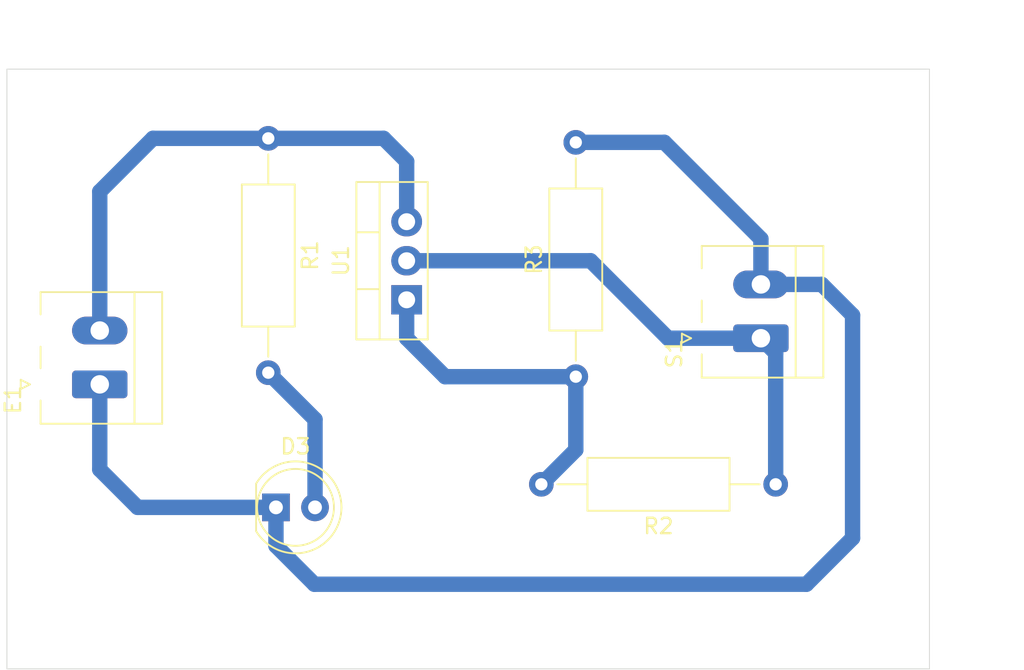
<source format=kicad_pcb>
(kicad_pcb (version 20171130) (host pcbnew "(5.1.10)-1")

  (general
    (thickness 1.6)
    (drawings 8)
    (tracks 31)
    (zones 0)
    (modules 7)
    (nets 6)
  )

  (page A4)
  (title_block
    (title "Fuente alimentacion 12V - 3V - DC")
    (date 2021-06-26)
    (rev 1.0)
    (company "Electronica Reciclada")
  )

  (layers
    (0 F.Cu signal)
    (31 B.Cu signal)
    (32 B.Adhes user)
    (33 F.Adhes user)
    (34 B.Paste user)
    (35 F.Paste user)
    (36 B.SilkS user)
    (37 F.SilkS user)
    (38 B.Mask user)
    (39 F.Mask user)
    (40 Dwgs.User user)
    (41 Cmts.User user)
    (42 Eco1.User user)
    (43 Eco2.User user)
    (44 Edge.Cuts user)
    (45 Margin user)
    (46 B.CrtYd user)
    (47 F.CrtYd user)
    (48 B.Fab user)
    (49 F.Fab user)
  )

  (setup
    (last_trace_width 0.25)
    (user_trace_width 1)
    (user_trace_width 1.5)
    (user_trace_width 2)
    (trace_clearance 0.2)
    (zone_clearance 0.508)
    (zone_45_only no)
    (trace_min 0.2)
    (via_size 0.8)
    (via_drill 0.4)
    (via_min_size 0.4)
    (via_min_drill 0.3)
    (uvia_size 0.3)
    (uvia_drill 0.1)
    (uvias_allowed no)
    (uvia_min_size 0.2)
    (uvia_min_drill 0.1)
    (edge_width 0.05)
    (segment_width 0.2)
    (pcb_text_width 0.3)
    (pcb_text_size 1.5 1.5)
    (mod_edge_width 0.12)
    (mod_text_size 1 1)
    (mod_text_width 0.15)
    (pad_size 1.524 1.524)
    (pad_drill 0.762)
    (pad_to_mask_clearance 0)
    (aux_axis_origin 0 0)
    (visible_elements 7FFFFFFF)
    (pcbplotparams
      (layerselection 0x014fc_ffffffff)
      (usegerberextensions false)
      (usegerberattributes false)
      (usegerberadvancedattributes false)
      (creategerberjobfile false)
      (excludeedgelayer true)
      (linewidth 0.100000)
      (plotframeref false)
      (viasonmask false)
      (mode 1)
      (useauxorigin false)
      (hpglpennumber 1)
      (hpglpenspeed 20)
      (hpglpendiameter 15.000000)
      (psnegative false)
      (psa4output false)
      (plotreference true)
      (plotvalue true)
      (plotinvisibletext false)
      (padsonsilk false)
      (subtractmaskfromsilk false)
      (outputformat 1)
      (mirror false)
      (drillshape 0)
      (scaleselection 1)
      (outputdirectory ""))
  )

  (net 0 "")
  (net 1 VEE)
  (net 2 GND)
  (net 3 "Net-(D3-Pad2)")
  (net 4 "Net-(R2-Pad1)")
  (net 5 "Net-(R2-Pad2)")

  (net_class Default "This is the default net class."
    (clearance 0.2)
    (trace_width 0.25)
    (via_dia 0.8)
    (via_drill 0.4)
    (uvia_dia 0.3)
    (uvia_drill 0.1)
    (add_net GND)
    (add_net "Net-(D3-Pad2)")
    (add_net "Net-(R2-Pad1)")
    (add_net "Net-(R2-Pad2)")
    (add_net VEE)
  )

  (module LED_THT:LED_D5.0mm (layer F.Cu) (tedit 5995936A) (tstamp 60D75F00)
    (at 97.5 76)
    (descr "LED, diameter 5.0mm, 2 pins, http://cdn-reichelt.de/documents/datenblatt/A500/LL-504BC2E-009.pdf")
    (tags "LED diameter 5.0mm 2 pins")
    (path /60D9663A)
    (fp_text reference D3 (at 1.27 -3.96) (layer F.SilkS)
      (effects (font (size 1 1) (thickness 0.15)))
    )
    (fp_text value "LED ROJO" (at 1.27 3.96) (layer F.Fab)
      (effects (font (size 1 1) (thickness 0.15)))
    )
    (fp_circle (center 1.27 0) (end 3.77 0) (layer F.Fab) (width 0.1))
    (fp_circle (center 1.27 0) (end 3.77 0) (layer F.SilkS) (width 0.12))
    (fp_line (start -1.23 -1.469694) (end -1.23 1.469694) (layer F.Fab) (width 0.1))
    (fp_line (start -1.29 -1.545) (end -1.29 1.545) (layer F.SilkS) (width 0.12))
    (fp_line (start -1.95 -3.25) (end -1.95 3.25) (layer F.CrtYd) (width 0.05))
    (fp_line (start -1.95 3.25) (end 4.5 3.25) (layer F.CrtYd) (width 0.05))
    (fp_line (start 4.5 3.25) (end 4.5 -3.25) (layer F.CrtYd) (width 0.05))
    (fp_line (start 4.5 -3.25) (end -1.95 -3.25) (layer F.CrtYd) (width 0.05))
    (fp_arc (start 1.27 0) (end -1.23 -1.469694) (angle 299.1) (layer F.Fab) (width 0.1))
    (fp_arc (start 1.27 0) (end -1.29 -1.54483) (angle 148.9) (layer F.SilkS) (width 0.12))
    (fp_arc (start 1.27 0) (end -1.29 1.54483) (angle -148.9) (layer F.SilkS) (width 0.12))
    (fp_text user %R (at 1.25 0) (layer F.Fab)
      (effects (font (size 0.8 0.8) (thickness 0.2)))
    )
    (pad 1 thru_hole rect (at 0 0) (size 1.8 1.8) (drill 0.9) (layers *.Cu *.Mask)
      (net 2 GND))
    (pad 2 thru_hole circle (at 2.54 0) (size 1.8 1.8) (drill 0.9) (layers *.Cu *.Mask)
      (net 3 "Net-(D3-Pad2)"))
    (model ${KISYS3DMOD}/LED_THT.3dshapes/LED_D5.0mm.wrl
      (at (xyz 0 0 0))
      (scale (xyz 1 1 1))
      (rotate (xyz 0 0 0))
    )
  )

  (module Connector_Phoenix_MKDS:PhoenixContact_MKDS_1,5_2-1727010-1x02_P3.50mm (layer F.Cu) (tedit 6067627D) (tstamp 60D75F1B)
    (at 83.5 68 90)
    (descr "Generic Phoenix Contact connector footprint for: MC_1,5/2-G-3.5; number of pins: 02; pin pitch: 3.50mm; Angled || order number: 1727010 8A 160V")
    (tags "phoenix_contact connector MC_01x02_G_3.5mm")
    (path /60D94E55)
    (fp_text reference E1 (at -1 -3.1 90) (layer F.SilkS)
      (effects (font (size 1 1) (thickness 0.15)))
    )
    (fp_text value "Entrada 5-24V DC" (at 3.2 8.6 90) (layer F.Fab)
      (effects (font (size 1 1) (thickness 0.15)))
    )
    (fp_line (start -2.56 -1.31) (end -2.56 6.6) (layer F.SilkS) (width 0.12))
    (fp_line (start -2.56 6.6) (end 6 6.6) (layer F.SilkS) (width 0.12))
    (fp_line (start 6 6.6) (end 6 -1.31) (layer F.SilkS) (width 0.12))
    (fp_line (start -2.56 -1.31) (end -1.05 -1.31) (layer F.SilkS) (width 0.12))
    (fp_line (start 1.05 -1.31) (end 2.45 -1.31) (layer F.SilkS) (width 0.12))
    (fp_line (start 4.55 -1.31) (end 6 -1.31) (layer F.SilkS) (width 0.12))
    (fp_line (start -2.45 -1.2) (end -2.45 6.5) (layer F.Fab) (width 0.1))
    (fp_line (start -2.45 6.5) (end 5.85 6.5) (layer F.Fab) (width 0.1))
    (fp_line (start 5.9 6.55) (end 5.9 -1.2) (layer F.Fab) (width 0.1))
    (fp_line (start 5.9 -1.2) (end -2.45 -1.2) (layer F.Fab) (width 0.1))
    (fp_line (start -2.56 4.8) (end 6 4.8) (layer F.SilkS) (width 0.12))
    (fp_line (start -3.06 -2.3) (end -3.06 7.3) (layer F.CrtYd) (width 0.05))
    (fp_line (start -3.06 7.3) (end 6.5 7.3) (layer F.CrtYd) (width 0.05))
    (fp_line (start 6.5 7.3) (end 6.5 -2.3) (layer F.CrtYd) (width 0.05))
    (fp_line (start 6.5 -2.3) (end -3.06 -2.3) (layer F.CrtYd) (width 0.05))
    (fp_line (start 0.3 -2.6) (end 0 -2) (layer F.SilkS) (width 0.12))
    (fp_line (start 0 -2) (end -0.3 -2.6) (layer F.SilkS) (width 0.12))
    (fp_line (start -0.3 -2.6) (end 0.3 -2.6) (layer F.SilkS) (width 0.12))
    (fp_line (start 0.8 -1.2) (end 0 0) (layer F.Fab) (width 0.1))
    (fp_line (start 0 0) (end -0.8 -1.2) (layer F.Fab) (width 0.1))
    (fp_text user %R (at 0.1 5.75 90) (layer F.Fab)
      (effects (font (size 1 1) (thickness 0.15)))
    )
    (pad 1 thru_hole roundrect (at 0 2.54 90) (size 1.8 3.6) (drill 1.2) (layers *.Cu *.Mask) (roundrect_rratio 0.1388888888888889)
      (net 2 GND))
    (pad 2 thru_hole oval (at 3.5 2.54 90) (size 1.8 3.6) (drill 1.2) (layers *.Cu *.Mask)
      (net 1 VEE))
    (model C:/Users/oscarrodfer/trabajos/freecad/kicad-packages3D/Connector_Phoenix_MKDS/1715035-mkds1,5_3-3contactos.stp
      (offset (xyz -2.2 -5.7 0))
      (scale (xyz 0.7 0.7 0.7))
      (rotate (xyz 0 0 0))
    )
  )

  (module Resistor_THT:R_Axial_DIN0309_L9.0mm_D3.2mm_P15.24mm_Horizontal (layer F.Cu) (tedit 5AE5139B) (tstamp 60D75F32)
    (at 97 52 270)
    (descr "Resistor, Axial_DIN0309 series, Axial, Horizontal, pin pitch=15.24mm, 0.5W = 1/2W, length*diameter=9*3.2mm^2, http://cdn-reichelt.de/documents/datenblatt/B400/1_4W%23YAG.pdf")
    (tags "Resistor Axial_DIN0309 series Axial Horizontal pin pitch 15.24mm 0.5W = 1/2W length 9mm diameter 3.2mm")
    (path /60D95D97)
    (fp_text reference R1 (at 7.62 -2.72 90) (layer F.SilkS)
      (effects (font (size 1 1) (thickness 0.15)))
    )
    (fp_text value 2.7k_1/4W (at 7.62 2.72 90) (layer F.Fab)
      (effects (font (size 1 1) (thickness 0.15)))
    )
    (fp_line (start 3.12 -1.6) (end 3.12 1.6) (layer F.Fab) (width 0.1))
    (fp_line (start 3.12 1.6) (end 12.12 1.6) (layer F.Fab) (width 0.1))
    (fp_line (start 12.12 1.6) (end 12.12 -1.6) (layer F.Fab) (width 0.1))
    (fp_line (start 12.12 -1.6) (end 3.12 -1.6) (layer F.Fab) (width 0.1))
    (fp_line (start 0 0) (end 3.12 0) (layer F.Fab) (width 0.1))
    (fp_line (start 15.24 0) (end 12.12 0) (layer F.Fab) (width 0.1))
    (fp_line (start 3 -1.72) (end 3 1.72) (layer F.SilkS) (width 0.12))
    (fp_line (start 3 1.72) (end 12.24 1.72) (layer F.SilkS) (width 0.12))
    (fp_line (start 12.24 1.72) (end 12.24 -1.72) (layer F.SilkS) (width 0.12))
    (fp_line (start 12.24 -1.72) (end 3 -1.72) (layer F.SilkS) (width 0.12))
    (fp_line (start 1.04 0) (end 3 0) (layer F.SilkS) (width 0.12))
    (fp_line (start 14.2 0) (end 12.24 0) (layer F.SilkS) (width 0.12))
    (fp_line (start -1.05 -1.85) (end -1.05 1.85) (layer F.CrtYd) (width 0.05))
    (fp_line (start -1.05 1.85) (end 16.29 1.85) (layer F.CrtYd) (width 0.05))
    (fp_line (start 16.29 1.85) (end 16.29 -1.85) (layer F.CrtYd) (width 0.05))
    (fp_line (start 16.29 -1.85) (end -1.05 -1.85) (layer F.CrtYd) (width 0.05))
    (fp_text user %R (at 7.62 0 90) (layer F.Fab)
      (effects (font (size 1 1) (thickness 0.15)))
    )
    (pad 1 thru_hole circle (at 0 0 270) (size 1.6 1.6) (drill 0.8) (layers *.Cu *.Mask)
      (net 1 VEE))
    (pad 2 thru_hole oval (at 15.24 0 270) (size 1.6 1.6) (drill 0.8) (layers *.Cu *.Mask)
      (net 3 "Net-(D3-Pad2)"))
    (model ${KISYS3DMOD}/Resistor_THT.3dshapes/R_Axial_DIN0309_L9.0mm_D3.2mm_P15.24mm_Horizontal.wrl
      (at (xyz 0 0 0))
      (scale (xyz 1 1 1))
      (rotate (xyz 0 0 0))
    )
  )

  (module Resistor_THT:R_Axial_DIN0309_L9.0mm_D3.2mm_P15.24mm_Horizontal (layer F.Cu) (tedit 5AE5139B) (tstamp 60D75F49)
    (at 130 74.5 180)
    (descr "Resistor, Axial_DIN0309 series, Axial, Horizontal, pin pitch=15.24mm, 0.5W = 1/2W, length*diameter=9*3.2mm^2, http://cdn-reichelt.de/documents/datenblatt/B400/1_4W%23YAG.pdf")
    (tags "Resistor Axial_DIN0309 series Axial Horizontal pin pitch 15.24mm 0.5W = 1/2W length 9mm diameter 3.2mm")
    (path /60D9A623)
    (fp_text reference R2 (at 7.62 -2.72) (layer F.SilkS)
      (effects (font (size 1 1) (thickness 0.15)))
    )
    (fp_text value "270 1/4W" (at 7.62 2.72) (layer F.Fab)
      (effects (font (size 1 1) (thickness 0.15)))
    )
    (fp_line (start 3.12 -1.6) (end 3.12 1.6) (layer F.Fab) (width 0.1))
    (fp_line (start 3.12 1.6) (end 12.12 1.6) (layer F.Fab) (width 0.1))
    (fp_line (start 12.12 1.6) (end 12.12 -1.6) (layer F.Fab) (width 0.1))
    (fp_line (start 12.12 -1.6) (end 3.12 -1.6) (layer F.Fab) (width 0.1))
    (fp_line (start 0 0) (end 3.12 0) (layer F.Fab) (width 0.1))
    (fp_line (start 15.24 0) (end 12.12 0) (layer F.Fab) (width 0.1))
    (fp_line (start 3 -1.72) (end 3 1.72) (layer F.SilkS) (width 0.12))
    (fp_line (start 3 1.72) (end 12.24 1.72) (layer F.SilkS) (width 0.12))
    (fp_line (start 12.24 1.72) (end 12.24 -1.72) (layer F.SilkS) (width 0.12))
    (fp_line (start 12.24 -1.72) (end 3 -1.72) (layer F.SilkS) (width 0.12))
    (fp_line (start 1.04 0) (end 3 0) (layer F.SilkS) (width 0.12))
    (fp_line (start 14.2 0) (end 12.24 0) (layer F.SilkS) (width 0.12))
    (fp_line (start -1.05 -1.85) (end -1.05 1.85) (layer F.CrtYd) (width 0.05))
    (fp_line (start -1.05 1.85) (end 16.29 1.85) (layer F.CrtYd) (width 0.05))
    (fp_line (start 16.29 1.85) (end 16.29 -1.85) (layer F.CrtYd) (width 0.05))
    (fp_line (start 16.29 -1.85) (end -1.05 -1.85) (layer F.CrtYd) (width 0.05))
    (fp_text user %R (at 7.62 0) (layer F.Fab)
      (effects (font (size 1 1) (thickness 0.15)))
    )
    (pad 1 thru_hole circle (at 0 0 180) (size 1.6 1.6) (drill 0.8) (layers *.Cu *.Mask)
      (net 4 "Net-(R2-Pad1)"))
    (pad 2 thru_hole oval (at 15.24 0 180) (size 1.6 1.6) (drill 0.8) (layers *.Cu *.Mask)
      (net 5 "Net-(R2-Pad2)"))
    (model ${KISYS3DMOD}/Resistor_THT.3dshapes/R_Axial_DIN0309_L9.0mm_D3.2mm_P15.24mm_Horizontal.wrl
      (at (xyz 0 0 0))
      (scale (xyz 1 1 1))
      (rotate (xyz 0 0 0))
    )
  )

  (module Resistor_THT:R_Axial_DIN0309_L9.0mm_D3.2mm_P15.24mm_Horizontal (layer F.Cu) (tedit 5AE5139B) (tstamp 60D75F60)
    (at 117 67.5 90)
    (descr "Resistor, Axial_DIN0309 series, Axial, Horizontal, pin pitch=15.24mm, 0.5W = 1/2W, length*diameter=9*3.2mm^2, http://cdn-reichelt.de/documents/datenblatt/B400/1_4W%23YAG.pdf")
    (tags "Resistor Axial_DIN0309 series Axial Horizontal pin pitch 15.24mm 0.5W = 1/2W length 9mm diameter 3.2mm")
    (path /60D99A45)
    (fp_text reference R3 (at 7.62 -2.72 90) (layer F.SilkS)
      (effects (font (size 1 1) (thickness 0.15)))
    )
    (fp_text value "390 1/4W" (at 7.62 2.72 90) (layer F.Fab)
      (effects (font (size 1 1) (thickness 0.15)))
    )
    (fp_line (start 16.29 -1.85) (end -1.05 -1.85) (layer F.CrtYd) (width 0.05))
    (fp_line (start 16.29 1.85) (end 16.29 -1.85) (layer F.CrtYd) (width 0.05))
    (fp_line (start -1.05 1.85) (end 16.29 1.85) (layer F.CrtYd) (width 0.05))
    (fp_line (start -1.05 -1.85) (end -1.05 1.85) (layer F.CrtYd) (width 0.05))
    (fp_line (start 14.2 0) (end 12.24 0) (layer F.SilkS) (width 0.12))
    (fp_line (start 1.04 0) (end 3 0) (layer F.SilkS) (width 0.12))
    (fp_line (start 12.24 -1.72) (end 3 -1.72) (layer F.SilkS) (width 0.12))
    (fp_line (start 12.24 1.72) (end 12.24 -1.72) (layer F.SilkS) (width 0.12))
    (fp_line (start 3 1.72) (end 12.24 1.72) (layer F.SilkS) (width 0.12))
    (fp_line (start 3 -1.72) (end 3 1.72) (layer F.SilkS) (width 0.12))
    (fp_line (start 15.24 0) (end 12.12 0) (layer F.Fab) (width 0.1))
    (fp_line (start 0 0) (end 3.12 0) (layer F.Fab) (width 0.1))
    (fp_line (start 12.12 -1.6) (end 3.12 -1.6) (layer F.Fab) (width 0.1))
    (fp_line (start 12.12 1.6) (end 12.12 -1.6) (layer F.Fab) (width 0.1))
    (fp_line (start 3.12 1.6) (end 12.12 1.6) (layer F.Fab) (width 0.1))
    (fp_line (start 3.12 -1.6) (end 3.12 1.6) (layer F.Fab) (width 0.1))
    (fp_text user %R (at 7.62 0 90) (layer F.Fab)
      (effects (font (size 1 1) (thickness 0.15)))
    )
    (pad 2 thru_hole oval (at 15.24 0 90) (size 1.6 1.6) (drill 0.8) (layers *.Cu *.Mask)
      (net 2 GND))
    (pad 1 thru_hole circle (at 0 0 90) (size 1.6 1.6) (drill 0.8) (layers *.Cu *.Mask)
      (net 5 "Net-(R2-Pad2)"))
    (model ${KISYS3DMOD}/Resistor_THT.3dshapes/R_Axial_DIN0309_L9.0mm_D3.2mm_P15.24mm_Horizontal.wrl
      (at (xyz 0 0 0))
      (scale (xyz 1 1 1))
      (rotate (xyz 0 0 0))
    )
  )

  (module Connector_Phoenix_MKDS:PhoenixContact_MKDS_1,5_2-1727010-1x02_P3.50mm (layer F.Cu) (tedit 6067627D) (tstamp 60D75F7B)
    (at 126.5 65 90)
    (descr "Generic Phoenix Contact connector footprint for: MC_1,5/2-G-3.5; number of pins: 02; pin pitch: 3.50mm; Angled || order number: 1727010 8A 160V")
    (tags "phoenix_contact connector MC_01x02_G_3.5mm")
    (path /60D9C798)
    (fp_text reference S1 (at -1 -3.1 90) (layer F.SilkS)
      (effects (font (size 1 1) (thickness 0.15)))
    )
    (fp_text value "Salida 3V-12V DC" (at 3.2 8.6 90) (layer F.Fab)
      (effects (font (size 1 1) (thickness 0.15)))
    )
    (fp_line (start 0 0) (end -0.8 -1.2) (layer F.Fab) (width 0.1))
    (fp_line (start 0.8 -1.2) (end 0 0) (layer F.Fab) (width 0.1))
    (fp_line (start -0.3 -2.6) (end 0.3 -2.6) (layer F.SilkS) (width 0.12))
    (fp_line (start 0 -2) (end -0.3 -2.6) (layer F.SilkS) (width 0.12))
    (fp_line (start 0.3 -2.6) (end 0 -2) (layer F.SilkS) (width 0.12))
    (fp_line (start 6.5 -2.3) (end -3.06 -2.3) (layer F.CrtYd) (width 0.05))
    (fp_line (start 6.5 7.3) (end 6.5 -2.3) (layer F.CrtYd) (width 0.05))
    (fp_line (start -3.06 7.3) (end 6.5 7.3) (layer F.CrtYd) (width 0.05))
    (fp_line (start -3.06 -2.3) (end -3.06 7.3) (layer F.CrtYd) (width 0.05))
    (fp_line (start -2.56 4.8) (end 6 4.8) (layer F.SilkS) (width 0.12))
    (fp_line (start 5.9 -1.2) (end -2.45 -1.2) (layer F.Fab) (width 0.1))
    (fp_line (start 5.9 6.55) (end 5.9 -1.2) (layer F.Fab) (width 0.1))
    (fp_line (start -2.45 6.5) (end 5.85 6.5) (layer F.Fab) (width 0.1))
    (fp_line (start -2.45 -1.2) (end -2.45 6.5) (layer F.Fab) (width 0.1))
    (fp_line (start 4.55 -1.31) (end 6 -1.31) (layer F.SilkS) (width 0.12))
    (fp_line (start 1.05 -1.31) (end 2.45 -1.31) (layer F.SilkS) (width 0.12))
    (fp_line (start -2.56 -1.31) (end -1.05 -1.31) (layer F.SilkS) (width 0.12))
    (fp_line (start 6 6.6) (end 6 -1.31) (layer F.SilkS) (width 0.12))
    (fp_line (start -2.56 6.6) (end 6 6.6) (layer F.SilkS) (width 0.12))
    (fp_line (start -2.56 -1.31) (end -2.56 6.6) (layer F.SilkS) (width 0.12))
    (fp_text user %R (at 0.1 5.75 90) (layer F.Fab)
      (effects (font (size 1 1) (thickness 0.15)))
    )
    (pad 2 thru_hole oval (at 3.5 2.54 90) (size 1.8 3.6) (drill 1.2) (layers *.Cu *.Mask)
      (net 2 GND))
    (pad 1 thru_hole roundrect (at 0 2.54 90) (size 1.8 3.6) (drill 1.2) (layers *.Cu *.Mask) (roundrect_rratio 0.1388888888888889)
      (net 4 "Net-(R2-Pad1)"))
    (model C:/Users/oscarrodfer/trabajos/freecad/kicad-packages3D/Connector_Phoenix_MKDS/1715035-mkds1,5_3-3contactos.stp
      (offset (xyz -2.2 -5.7 0))
      (scale (xyz 0.7 0.7 0.7))
      (rotate (xyz 0 0 0))
    )
  )

  (module Package_TO_SOT_THT:TO-220-3_Vertical (layer F.Cu) (tedit 5AC8BA0D) (tstamp 60D75F95)
    (at 106 62.5 90)
    (descr "TO-220-3, Vertical, RM 2.54mm, see https://www.vishay.com/docs/66542/to-220-1.pdf")
    (tags "TO-220-3 Vertical RM 2.54mm")
    (path /60D972E2)
    (fp_text reference U1 (at 2.54 -4.27 90) (layer F.SilkS)
      (effects (font (size 1 1) (thickness 0.15)))
    )
    (fp_text value LM338_TO-220 (at 2.54 2.5 90) (layer F.Fab)
      (effects (font (size 1 1) (thickness 0.15)))
    )
    (fp_line (start -2.46 -3.15) (end -2.46 1.25) (layer F.Fab) (width 0.1))
    (fp_line (start -2.46 1.25) (end 7.54 1.25) (layer F.Fab) (width 0.1))
    (fp_line (start 7.54 1.25) (end 7.54 -3.15) (layer F.Fab) (width 0.1))
    (fp_line (start 7.54 -3.15) (end -2.46 -3.15) (layer F.Fab) (width 0.1))
    (fp_line (start -2.46 -1.88) (end 7.54 -1.88) (layer F.Fab) (width 0.1))
    (fp_line (start 0.69 -3.15) (end 0.69 -1.88) (layer F.Fab) (width 0.1))
    (fp_line (start 4.39 -3.15) (end 4.39 -1.88) (layer F.Fab) (width 0.1))
    (fp_line (start -2.58 -3.27) (end 7.66 -3.27) (layer F.SilkS) (width 0.12))
    (fp_line (start -2.58 1.371) (end 7.66 1.371) (layer F.SilkS) (width 0.12))
    (fp_line (start -2.58 -3.27) (end -2.58 1.371) (layer F.SilkS) (width 0.12))
    (fp_line (start 7.66 -3.27) (end 7.66 1.371) (layer F.SilkS) (width 0.12))
    (fp_line (start -2.58 -1.76) (end 7.66 -1.76) (layer F.SilkS) (width 0.12))
    (fp_line (start 0.69 -3.27) (end 0.69 -1.76) (layer F.SilkS) (width 0.12))
    (fp_line (start 4.391 -3.27) (end 4.391 -1.76) (layer F.SilkS) (width 0.12))
    (fp_line (start -2.71 -3.4) (end -2.71 1.51) (layer F.CrtYd) (width 0.05))
    (fp_line (start -2.71 1.51) (end 7.79 1.51) (layer F.CrtYd) (width 0.05))
    (fp_line (start 7.79 1.51) (end 7.79 -3.4) (layer F.CrtYd) (width 0.05))
    (fp_line (start 7.79 -3.4) (end -2.71 -3.4) (layer F.CrtYd) (width 0.05))
    (fp_text user %R (at 2.54 -4.27 90) (layer F.Fab)
      (effects (font (size 1 1) (thickness 0.15)))
    )
    (pad 1 thru_hole rect (at 0 0 90) (size 1.905 2) (drill 1.1) (layers *.Cu *.Mask)
      (net 5 "Net-(R2-Pad2)"))
    (pad 2 thru_hole oval (at 2.54 0 90) (size 1.905 2) (drill 1.1) (layers *.Cu *.Mask)
      (net 4 "Net-(R2-Pad1)"))
    (pad 3 thru_hole oval (at 5.08 0 90) (size 1.905 2) (drill 1.1) (layers *.Cu *.Mask)
      (net 1 VEE))
    (model ${KISYS3DMOD}/Package_TO_SOT_THT.3dshapes/TO-220-3_Vertical.wrl
      (at (xyz 0 0 0))
      (scale (xyz 1 1 1))
      (rotate (xyz 0 0 0))
    )
  )

  (gr_text "Electronica reciclada" (at 90.5 82) (layer Eco2.User)
    (effects (font (size 1 1) (thickness 0.15)))
  )
  (gr_text "Fuente alimentacion 12-3v-DC v1.0" (at 100 85) (layer Eco2.User)
    (effects (font (size 1 1) (thickness 0.15)))
  )
  (gr_line (start 140 47.5) (end 140 86.5) (layer Edge.Cuts) (width 0.05) (tstamp 60D64996))
  (gr_line (start 80 47.5) (end 140 47.5) (layer Edge.Cuts) (width 0.05))
  (gr_line (start 80 86.5) (end 80 47.5) (layer Edge.Cuts) (width 0.05))
  (gr_line (start 140 86.5) (end 80 86.5) (layer Edge.Cuts) (width 0.05))
  (dimension 39 (width 0.15) (layer Margin)
    (gr_text "39,000 mm" (at 144.8 67 270) (layer Margin)
      (effects (font (size 1 1) (thickness 0.15)))
    )
    (feature1 (pts (xy 140 86.5) (xy 144.086421 86.5)))
    (feature2 (pts (xy 140 47.5) (xy 144.086421 47.5)))
    (crossbar (pts (xy 143.5 47.5) (xy 143.5 86.5)))
    (arrow1a (pts (xy 143.5 86.5) (xy 142.913579 85.373496)))
    (arrow1b (pts (xy 143.5 86.5) (xy 144.086421 85.373496)))
    (arrow2a (pts (xy 143.5 47.5) (xy 142.913579 48.626504)))
    (arrow2b (pts (xy 143.5 47.5) (xy 144.086421 48.626504)))
  )
  (dimension 60 (width 0.15) (layer Margin)
    (gr_text "60,000 mm" (at 110 43.7) (layer Margin)
      (effects (font (size 1 1) (thickness 0.15)))
    )
    (feature1 (pts (xy 140 47.5) (xy 140 44.413579)))
    (feature2 (pts (xy 80 47.5) (xy 80 44.413579)))
    (crossbar (pts (xy 80 45) (xy 140 45)))
    (arrow1a (pts (xy 140 45) (xy 138.873496 45.586421)))
    (arrow1b (pts (xy 140 45) (xy 138.873496 44.413579)))
    (arrow2a (pts (xy 80 45) (xy 81.126504 45.586421)))
    (arrow2b (pts (xy 80 45) (xy 81.126504 44.413579)))
  )

  (segment (start 86.04 64.5) (end 86.04 55.46) (width 1) (layer B.Cu) (net 1))
  (segment (start 89.5 52) (end 97 52) (width 1) (layer B.Cu) (net 1))
  (segment (start 86.04 55.46) (end 89.5 52) (width 1) (layer B.Cu) (net 1))
  (segment (start 97 52) (end 104.5 52) (width 1) (layer B.Cu) (net 1))
  (segment (start 106 53.5) (end 106 57.42) (width 1) (layer B.Cu) (net 1))
  (segment (start 104.5 52) (end 106 53.5) (width 1) (layer B.Cu) (net 1))
  (segment (start 97.5 76) (end 88.5 76) (width 1) (layer B.Cu) (net 2))
  (segment (start 86.04 73.54) (end 86.04 68) (width 1) (layer B.Cu) (net 2))
  (segment (start 88.5 76) (end 86.04 73.54) (width 1) (layer B.Cu) (net 2))
  (segment (start 129.04 61.5) (end 129.04 58.54) (width 1) (layer B.Cu) (net 2))
  (segment (start 122.76 52.26) (end 117 52.26) (width 1) (layer B.Cu) (net 2))
  (segment (start 129.04 58.54) (end 122.76 52.26) (width 1) (layer B.Cu) (net 2))
  (segment (start 97.5 76) (end 97.5 78.5) (width 1) (layer B.Cu) (net 2))
  (segment (start 97.5 78.5) (end 100 81) (width 1) (layer B.Cu) (net 2))
  (segment (start 100 81) (end 132 81) (width 1) (layer B.Cu) (net 2))
  (segment (start 132 81) (end 135 78) (width 1) (layer B.Cu) (net 2))
  (segment (start 135 78) (end 135 63.5) (width 1) (layer B.Cu) (net 2))
  (segment (start 133 61.5) (end 129.04 61.5) (width 1) (layer B.Cu) (net 2))
  (segment (start 135 63.5) (end 133 61.5) (width 1) (layer B.Cu) (net 2))
  (segment (start 100.04 70.28) (end 97 67.24) (width 1) (layer B.Cu) (net 3))
  (segment (start 100.04 76) (end 100.04 70.28) (width 1) (layer B.Cu) (net 3))
  (segment (start 106 59.96) (end 117.96 59.96) (width 1) (layer B.Cu) (net 4))
  (segment (start 123 65) (end 129.04 65) (width 1) (layer B.Cu) (net 4))
  (segment (start 117.96 59.96) (end 123 65) (width 1) (layer B.Cu) (net 4))
  (segment (start 130 65.96) (end 129.04 65) (width 1) (layer B.Cu) (net 4))
  (segment (start 130 74.5) (end 130 65.96) (width 1) (layer B.Cu) (net 4))
  (segment (start 106 62.5) (end 106 65) (width 1) (layer B.Cu) (net 5))
  (segment (start 108.5 67.5) (end 117 67.5) (width 1) (layer B.Cu) (net 5))
  (segment (start 106 65) (end 108.5 67.5) (width 1) (layer B.Cu) (net 5))
  (segment (start 117 72.26) (end 114.76 74.5) (width 1) (layer B.Cu) (net 5))
  (segment (start 117 67.5) (end 117 72.26) (width 1) (layer B.Cu) (net 5))

)

</source>
